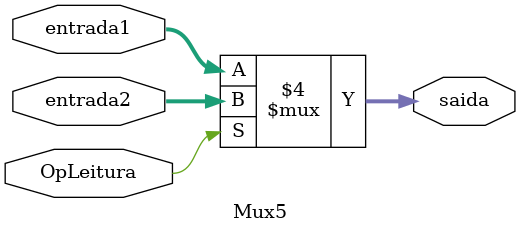
<source format=v>
module Mux5( OpLeitura, entrada1, entrada2, saida);

	input	OpLeitura;
	input [31:0] entrada1;	//BIOS
	input [31:0] entrada2;	//Memória
	
	output reg [31:0] saida;
	
	always @(*) begin
		
		
		if(OpLeitura == 0)
			saida = entrada1;
		else
			saida = entrada2;
	end

endmodule	
</source>
